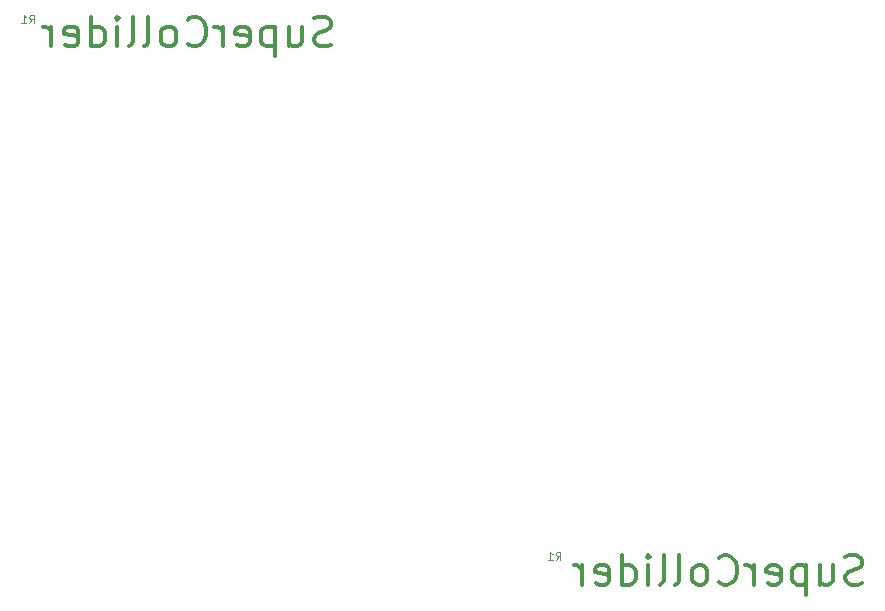
<source format=gbr>
G04 #@! TF.FileFunction,Legend,Bot*
%FSLAX46Y46*%
G04 Gerber Fmt 4.6, Leading zero omitted, Abs format (unit mm)*
G04 Created by KiCad (PCBNEW 4.0.7) date 03/22/18 23:55:52*
%MOMM*%
%LPD*%
G01*
G04 APERTURE LIST*
%ADD10C,0.100000*%
%ADD11C,0.050000*%
%ADD12C,0.300000*%
%ADD13C,2.200000*%
%ADD14C,3.400000*%
%ADD15O,5.400000X4.400000*%
%ADD16O,4.400000X3.900000*%
%ADD17R,2.100000X2.100000*%
%ADD18O,2.100000X2.100000*%
%ADD19R,2.200000X2.200000*%
%ADD20R,2.000000X2.000000*%
%ADD21O,2.000000X2.000000*%
%ADD22R,3.900000X3.900000*%
G04 APERTURE END LIST*
D10*
D11*
X46725666Y-124014667D02*
X46959000Y-123681333D01*
X47125666Y-124014667D02*
X47125666Y-123314667D01*
X46859000Y-123314667D01*
X46792333Y-123348000D01*
X46759000Y-123381333D01*
X46725666Y-123448000D01*
X46725666Y-123548000D01*
X46759000Y-123614667D01*
X46792333Y-123648000D01*
X46859000Y-123681333D01*
X47125666Y-123681333D01*
X46059000Y-124014667D02*
X46459000Y-124014667D01*
X46259000Y-124014667D02*
X46259000Y-123314667D01*
X46325666Y-123414667D01*
X46392333Y-123481333D01*
X46459000Y-123514667D01*
D12*
X117239334Y-171445905D02*
X116882191Y-171564952D01*
X116286953Y-171564952D01*
X116048857Y-171445905D01*
X115929810Y-171326857D01*
X115810762Y-171088762D01*
X115810762Y-170850667D01*
X115929810Y-170612571D01*
X116048857Y-170493524D01*
X116286953Y-170374476D01*
X116763143Y-170255429D01*
X117001238Y-170136381D01*
X117120286Y-170017333D01*
X117239334Y-169779238D01*
X117239334Y-169541143D01*
X117120286Y-169303048D01*
X117001238Y-169184000D01*
X116763143Y-169064952D01*
X116167905Y-169064952D01*
X115810762Y-169184000D01*
X113667905Y-169898286D02*
X113667905Y-171564952D01*
X114739334Y-169898286D02*
X114739334Y-171207810D01*
X114620286Y-171445905D01*
X114382191Y-171564952D01*
X114025048Y-171564952D01*
X113786953Y-171445905D01*
X113667905Y-171326857D01*
X112477429Y-169898286D02*
X112477429Y-172398286D01*
X112477429Y-170017333D02*
X112239334Y-169898286D01*
X111763143Y-169898286D01*
X111525048Y-170017333D01*
X111406000Y-170136381D01*
X111286953Y-170374476D01*
X111286953Y-171088762D01*
X111406000Y-171326857D01*
X111525048Y-171445905D01*
X111763143Y-171564952D01*
X112239334Y-171564952D01*
X112477429Y-171445905D01*
X109263143Y-171445905D02*
X109501238Y-171564952D01*
X109977429Y-171564952D01*
X110215524Y-171445905D01*
X110334572Y-171207810D01*
X110334572Y-170255429D01*
X110215524Y-170017333D01*
X109977429Y-169898286D01*
X109501238Y-169898286D01*
X109263143Y-170017333D01*
X109144095Y-170255429D01*
X109144095Y-170493524D01*
X110334572Y-170731619D01*
X108072667Y-171564952D02*
X108072667Y-169898286D01*
X108072667Y-170374476D02*
X107953619Y-170136381D01*
X107834572Y-170017333D01*
X107596476Y-169898286D01*
X107358381Y-169898286D01*
X105096476Y-171326857D02*
X105215524Y-171445905D01*
X105572667Y-171564952D01*
X105810762Y-171564952D01*
X106167905Y-171445905D01*
X106406000Y-171207810D01*
X106525048Y-170969714D01*
X106644096Y-170493524D01*
X106644096Y-170136381D01*
X106525048Y-169660190D01*
X106406000Y-169422095D01*
X106167905Y-169184000D01*
X105810762Y-169064952D01*
X105572667Y-169064952D01*
X105215524Y-169184000D01*
X105096476Y-169303048D01*
X103667905Y-171564952D02*
X103906000Y-171445905D01*
X104025048Y-171326857D01*
X104144096Y-171088762D01*
X104144096Y-170374476D01*
X104025048Y-170136381D01*
X103906000Y-170017333D01*
X103667905Y-169898286D01*
X103310762Y-169898286D01*
X103072667Y-170017333D01*
X102953619Y-170136381D01*
X102834572Y-170374476D01*
X102834572Y-171088762D01*
X102953619Y-171326857D01*
X103072667Y-171445905D01*
X103310762Y-171564952D01*
X103667905Y-171564952D01*
X101406000Y-171564952D02*
X101644095Y-171445905D01*
X101763143Y-171207810D01*
X101763143Y-169064952D01*
X100096476Y-171564952D02*
X100334571Y-171445905D01*
X100453619Y-171207810D01*
X100453619Y-169064952D01*
X99144095Y-171564952D02*
X99144095Y-169898286D01*
X99144095Y-169064952D02*
X99263143Y-169184000D01*
X99144095Y-169303048D01*
X99025047Y-169184000D01*
X99144095Y-169064952D01*
X99144095Y-169303048D01*
X96882190Y-171564952D02*
X96882190Y-169064952D01*
X96882190Y-171445905D02*
X97120286Y-171564952D01*
X97596476Y-171564952D01*
X97834571Y-171445905D01*
X97953619Y-171326857D01*
X98072667Y-171088762D01*
X98072667Y-170374476D01*
X97953619Y-170136381D01*
X97834571Y-170017333D01*
X97596476Y-169898286D01*
X97120286Y-169898286D01*
X96882190Y-170017333D01*
X94739333Y-171445905D02*
X94977428Y-171564952D01*
X95453619Y-171564952D01*
X95691714Y-171445905D01*
X95810762Y-171207810D01*
X95810762Y-170255429D01*
X95691714Y-170017333D01*
X95453619Y-169898286D01*
X94977428Y-169898286D01*
X94739333Y-170017333D01*
X94620285Y-170255429D01*
X94620285Y-170493524D01*
X95810762Y-170731619D01*
X93548857Y-171564952D02*
X93548857Y-169898286D01*
X93548857Y-170374476D02*
X93429809Y-170136381D01*
X93310762Y-170017333D01*
X93072666Y-169898286D01*
X92834571Y-169898286D01*
D11*
X91302666Y-169480667D02*
X91536000Y-169147333D01*
X91702666Y-169480667D02*
X91702666Y-168780667D01*
X91436000Y-168780667D01*
X91369333Y-168814000D01*
X91336000Y-168847333D01*
X91302666Y-168914000D01*
X91302666Y-169014000D01*
X91336000Y-169080667D01*
X91369333Y-169114000D01*
X91436000Y-169147333D01*
X91702666Y-169147333D01*
X90636000Y-169480667D02*
X91036000Y-169480667D01*
X90836000Y-169480667D02*
X90836000Y-168780667D01*
X90902666Y-168880667D01*
X90969333Y-168947333D01*
X91036000Y-168980667D01*
D12*
X72281334Y-125852905D02*
X71924191Y-125971952D01*
X71328953Y-125971952D01*
X71090857Y-125852905D01*
X70971810Y-125733857D01*
X70852762Y-125495762D01*
X70852762Y-125257667D01*
X70971810Y-125019571D01*
X71090857Y-124900524D01*
X71328953Y-124781476D01*
X71805143Y-124662429D01*
X72043238Y-124543381D01*
X72162286Y-124424333D01*
X72281334Y-124186238D01*
X72281334Y-123948143D01*
X72162286Y-123710048D01*
X72043238Y-123591000D01*
X71805143Y-123471952D01*
X71209905Y-123471952D01*
X70852762Y-123591000D01*
X68709905Y-124305286D02*
X68709905Y-125971952D01*
X69781334Y-124305286D02*
X69781334Y-125614810D01*
X69662286Y-125852905D01*
X69424191Y-125971952D01*
X69067048Y-125971952D01*
X68828953Y-125852905D01*
X68709905Y-125733857D01*
X67519429Y-124305286D02*
X67519429Y-126805286D01*
X67519429Y-124424333D02*
X67281334Y-124305286D01*
X66805143Y-124305286D01*
X66567048Y-124424333D01*
X66448000Y-124543381D01*
X66328953Y-124781476D01*
X66328953Y-125495762D01*
X66448000Y-125733857D01*
X66567048Y-125852905D01*
X66805143Y-125971952D01*
X67281334Y-125971952D01*
X67519429Y-125852905D01*
X64305143Y-125852905D02*
X64543238Y-125971952D01*
X65019429Y-125971952D01*
X65257524Y-125852905D01*
X65376572Y-125614810D01*
X65376572Y-124662429D01*
X65257524Y-124424333D01*
X65019429Y-124305286D01*
X64543238Y-124305286D01*
X64305143Y-124424333D01*
X64186095Y-124662429D01*
X64186095Y-124900524D01*
X65376572Y-125138619D01*
X63114667Y-125971952D02*
X63114667Y-124305286D01*
X63114667Y-124781476D02*
X62995619Y-124543381D01*
X62876572Y-124424333D01*
X62638476Y-124305286D01*
X62400381Y-124305286D01*
X60138476Y-125733857D02*
X60257524Y-125852905D01*
X60614667Y-125971952D01*
X60852762Y-125971952D01*
X61209905Y-125852905D01*
X61448000Y-125614810D01*
X61567048Y-125376714D01*
X61686096Y-124900524D01*
X61686096Y-124543381D01*
X61567048Y-124067190D01*
X61448000Y-123829095D01*
X61209905Y-123591000D01*
X60852762Y-123471952D01*
X60614667Y-123471952D01*
X60257524Y-123591000D01*
X60138476Y-123710048D01*
X58709905Y-125971952D02*
X58948000Y-125852905D01*
X59067048Y-125733857D01*
X59186096Y-125495762D01*
X59186096Y-124781476D01*
X59067048Y-124543381D01*
X58948000Y-124424333D01*
X58709905Y-124305286D01*
X58352762Y-124305286D01*
X58114667Y-124424333D01*
X57995619Y-124543381D01*
X57876572Y-124781476D01*
X57876572Y-125495762D01*
X57995619Y-125733857D01*
X58114667Y-125852905D01*
X58352762Y-125971952D01*
X58709905Y-125971952D01*
X56448000Y-125971952D02*
X56686095Y-125852905D01*
X56805143Y-125614810D01*
X56805143Y-123471952D01*
X55138476Y-125971952D02*
X55376571Y-125852905D01*
X55495619Y-125614810D01*
X55495619Y-123471952D01*
X54186095Y-125971952D02*
X54186095Y-124305286D01*
X54186095Y-123471952D02*
X54305143Y-123591000D01*
X54186095Y-123710048D01*
X54067047Y-123591000D01*
X54186095Y-123471952D01*
X54186095Y-123710048D01*
X51924190Y-125971952D02*
X51924190Y-123471952D01*
X51924190Y-125852905D02*
X52162286Y-125971952D01*
X52638476Y-125971952D01*
X52876571Y-125852905D01*
X52995619Y-125733857D01*
X53114667Y-125495762D01*
X53114667Y-124781476D01*
X52995619Y-124543381D01*
X52876571Y-124424333D01*
X52638476Y-124305286D01*
X52162286Y-124305286D01*
X51924190Y-124424333D01*
X49781333Y-125852905D02*
X50019428Y-125971952D01*
X50495619Y-125971952D01*
X50733714Y-125852905D01*
X50852762Y-125614810D01*
X50852762Y-124662429D01*
X50733714Y-124424333D01*
X50495619Y-124305286D01*
X50019428Y-124305286D01*
X49781333Y-124424333D01*
X49662285Y-124662429D01*
X49662285Y-124900524D01*
X50852762Y-125138619D01*
X48590857Y-125971952D02*
X48590857Y-124305286D01*
X48590857Y-124781476D02*
X48471809Y-124543381D01*
X48352762Y-124424333D01*
X48114666Y-124305286D01*
X47876571Y-124305286D01*
%LPC*%
D13*
X45546000Y-159639000D03*
X48046000Y-159639000D03*
X50546000Y-159639000D03*
D14*
X43646000Y-152639000D03*
X52446000Y-152639000D03*
D15*
X108689000Y-163702000D03*
X108689000Y-147702000D03*
X121689000Y-147702000D03*
X121666000Y-163702000D03*
D16*
X110021000Y-193322000D03*
X104521000Y-193322000D03*
X99021000Y-193322000D03*
X110021000Y-188722000D03*
X104521000Y-188722000D03*
X99021000Y-188722000D03*
X110021000Y-184122000D03*
X104521000Y-184122000D03*
X99021000Y-184122000D03*
D13*
X69295000Y-143764000D03*
X71795000Y-143764000D03*
X74295000Y-143764000D03*
D14*
X67395000Y-136764000D03*
X76195000Y-136764000D03*
D13*
X69295000Y-128270000D03*
X71795000Y-128270000D03*
X74295000Y-128270000D03*
D14*
X67395000Y-121270000D03*
X76195000Y-121270000D03*
D17*
X40640000Y-137795000D03*
D18*
X40640000Y-135255000D03*
X40640000Y-132715000D03*
X40640000Y-130175000D03*
X40640000Y-127635000D03*
X40640000Y-125095000D03*
X40640000Y-122555000D03*
X40640000Y-120015000D03*
D17*
X123952000Y-137922000D03*
D18*
X123952000Y-135382000D03*
X123952000Y-132842000D03*
X123952000Y-130302000D03*
X123952000Y-127762000D03*
X123952000Y-125222000D03*
X123952000Y-122682000D03*
X123952000Y-120142000D03*
D17*
X85471000Y-137922000D03*
D18*
X85471000Y-135382000D03*
X85471000Y-132842000D03*
X85471000Y-130302000D03*
X85471000Y-127762000D03*
X85471000Y-125222000D03*
X85471000Y-122682000D03*
X85471000Y-120142000D03*
D15*
X100607000Y-162688000D03*
X100607000Y-178688000D03*
X87607000Y-178688000D03*
X87630000Y-162688000D03*
D19*
X59309000Y-142367000D03*
D13*
X61849000Y-142367000D03*
X45546000Y-143764000D03*
X48046000Y-143764000D03*
X50546000Y-143764000D03*
D14*
X43646000Y-136764000D03*
X52446000Y-136764000D03*
D17*
X79248000Y-137795000D03*
D18*
X79248000Y-135255000D03*
X79248000Y-132715000D03*
X79248000Y-130175000D03*
X79248000Y-127635000D03*
X79248000Y-125095000D03*
X79248000Y-122555000D03*
X79248000Y-120015000D03*
D13*
X45546000Y-128270000D03*
X48046000Y-128270000D03*
X50546000Y-128270000D03*
D14*
X43646000Y-121270000D03*
X52446000Y-121270000D03*
D17*
X109220000Y-173482000D03*
D18*
X109220000Y-176022000D03*
D17*
X100838000Y-129794000D03*
D18*
X100838000Y-132334000D03*
D17*
X94488000Y-137795000D03*
D18*
X94488000Y-140335000D03*
D17*
X114935000Y-120904000D03*
D18*
X114935000Y-123444000D03*
D20*
X108331000Y-143510000D03*
D21*
X115951000Y-143510000D03*
D20*
X115824000Y-137414000D03*
D21*
X108204000Y-137414000D03*
D20*
X93218000Y-157607000D03*
D21*
X100838000Y-157607000D03*
D20*
X100838000Y-154686000D03*
D21*
X93218000Y-154686000D03*
D22*
X101219000Y-114046000D03*
X101219000Y-108046000D03*
X96519000Y-111046000D03*
M02*

</source>
